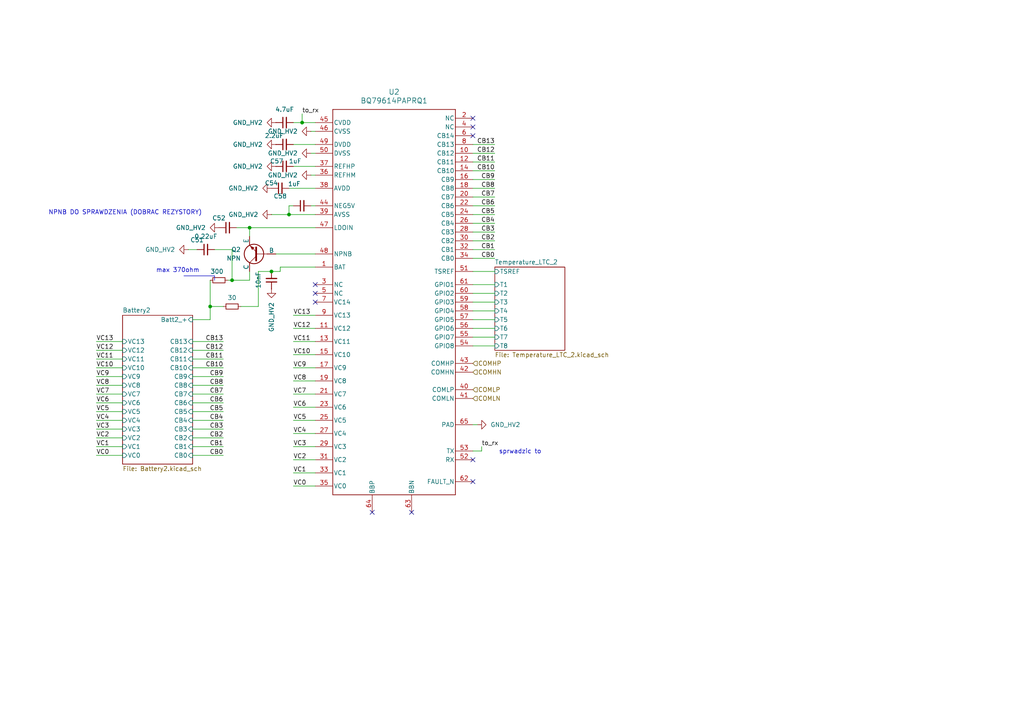
<source format=kicad_sch>
(kicad_sch (version 20231120) (generator "eeschema") (generator_version "8.0")
  (paper "A4")
  (lib_symbols
    (symbol "BQ79612PAPRQ1:BQ79616PAPRQ1" (pin_names (offset 0.254))
      (property "Reference" "U2" (at 0 60.96 0))
      (property "Value" "BQ79614PAPRQ1" (at 0 58.42 0))
      (symbol "BQ79616PAPRQ1_0_1"
        (polyline (pts (xy -17.78 -55.88) (xy 17.78 -55.88)) (stroke (width 0.2032)))
        (polyline (pts (xy -17.78 55.88) (xy -17.78 -55.88)) (stroke (width 0.2032)))
        (polyline (pts (xy 17.78 -55.88) (xy 17.78 55.88)) (stroke (width 0.2032)))
        (polyline (pts (xy 17.78 55.88) (xy -17.78 55.88)) (stroke (width 0.2032)))
        (pin bidirectional line (at 22.86 43.18 180) (length 5.08) (name "CB12") (number "10"))
        (pin input line (at -22.86 -7.62 0) (length 5.08) (name "VC12") (number "11"))
        (pin bidirectional line (at 22.86 40.64 180) (length 5.08) (name "CB11") (number "12"))
        (pin input line (at -22.86 -11.43 0) (length 5.08) (name "VC11") (number "13"))
        (pin bidirectional line (at 22.86 38.1 180) (length 5.08) (name "CB10") (number "14"))
        (pin input line (at -22.86 -15.24 0) (length 5.08) (name "VC10") (number "15"))
        (pin bidirectional line (at 22.86 35.56 180) (length 5.08) (name "CB9") (number "16"))
        (pin input line (at -22.86 -19.05 0) (length 5.08) (name "VC9") (number "17"))
        (pin bidirectional line (at 22.86 33.02 180) (length 5.08) (name "CB8") (number "18"))
        (pin input line (at -22.86 -22.86 0) (length 5.08) (name "VC8") (number "19"))
        (pin bidirectional line (at 22.86 30.48 180) (length 5.08) (name "CB7") (number "20"))
        (pin input line (at -22.86 -26.67 0) (length 5.08) (name "VC7") (number "21"))
        (pin bidirectional line (at 22.86 27.94 180) (length 5.08) (name "CB6") (number "22"))
        (pin input line (at -22.86 -30.48 0) (length 5.08) (name "VC6") (number "23"))
        (pin bidirectional line (at 22.86 25.4 180) (length 5.08) (name "CB5") (number "24"))
        (pin input line (at -22.86 -34.29 0) (length 5.08) (name "VC5") (number "25"))
        (pin bidirectional line (at 22.86 22.86 180) (length 5.08) (name "CB4") (number "26"))
        (pin input line (at -22.86 -38.1 0) (length 5.08) (name "VC4") (number "27"))
        (pin bidirectional line (at 22.86 20.32 180) (length 5.08) (name "CB3") (number "28"))
        (pin input line (at -22.86 -41.91 0) (length 5.08) (name "VC3") (number "29"))
        (pin bidirectional line (at 22.86 17.78 180) (length 5.08) (name "CB2") (number "30"))
        (pin input line (at -22.86 -45.72 0) (length 5.08) (name "VC2") (number "31"))
        (pin bidirectional line (at 22.86 15.24 180) (length 5.08) (name "CB1") (number "32"))
        (pin input line (at -22.86 -49.53 0) (length 5.08) (name "VC1") (number "33"))
        (pin bidirectional line (at 22.86 12.7 180) (length 5.08) (name "CB0") (number "34"))
        (pin input line (at -22.86 -53.34 0) (length 5.08) (name "VC0") (number "35"))
        (pin bidirectional line (at 22.86 -25.4 180) (length 5.08) (name "COMLP") (number "40"))
        (pin bidirectional line (at 22.86 -27.94 180) (length 5.08) (name "COMLN") (number "41"))
        (pin bidirectional line (at 22.86 -20.32 180) (length 5.08) (name "COMHN") (number "42"))
        (pin bidirectional line (at 22.86 -17.78 180) (length 5.08) (name "COMHP") (number "43"))
        (pin input line (at 22.86 -45.72 180) (length 5.08) (name "RX") (number "52"))
        (pin output line (at 22.86 -43.18 180) (length 5.08) (name "TX") (number "53"))
        (pin bidirectional line (at 22.86 -12.7 180) (length 5.08) (name "GPIO8") (number "54"))
        (pin bidirectional line (at 22.86 -10.16 180) (length 5.08) (name "GPIO7") (number "55"))
        (pin bidirectional line (at 22.86 -7.62 180) (length 5.08) (name "GPIO6") (number "56"))
        (pin bidirectional line (at 22.86 -5.08 180) (length 5.08) (name "GPIO5") (number "57"))
        (pin bidirectional line (at 22.86 -2.54 180) (length 5.08) (name "GPIO4") (number "58"))
        (pin bidirectional line (at 22.86 0 180) (length 5.08) (name "GPIO3") (number "59"))
        (pin bidirectional line (at 22.86 2.54 180) (length 5.08) (name "GPIO2") (number "60"))
        (pin bidirectional line (at 22.86 5.08 180) (length 5.08) (name "GPIO1") (number "61"))
        (pin output line (at 22.86 -52.07 180) (length 5.08) (name "FAULT_N") (number "62"))
        (pin input line (at 5.08 -60.96 90) (length 5.08) (name "BBN") (number "63"))
        (pin input line (at -6.35 -60.96 90) (length 5.08) (name "BBP") (number "64"))
        (pin unspecified line (at 22.86 -35.56 180) (length 5.08) (name "PAD") (number "65"))
      )
      (symbol "BQ79616PAPRQ1_1_1"
        (pin passive line (at -22.86 10.16 0) (length 5.08) (name "BAT") (number "1"))
        (pin bidirectional line (at 22.86 53.34 180) (length 5.08) (name "NC") (number "2"))
        (pin input line (at -22.86 5.08 0) (length 5.08) (name "NC") (number "3"))
        (pin passive line (at -22.86 36.83 0) (length 5.08) (name "REFHM") (number "36"))
        (pin passive line (at -22.86 39.37 0) (length 5.08) (name "REFHP") (number "37"))
        (pin passive line (at -22.86 33.02 0) (length 5.08) (name "AVDD") (number "38"))
        (pin passive line (at -22.86 25.4 0) (length 5.08) (name "AVSS") (number "39"))
        (pin bidirectional line (at 22.86 50.8 180) (length 5.08) (name "NC") (number "4"))
        (pin passive line (at -22.86 27.94 0) (length 5.08) (name "NEG5V") (number "44"))
        (pin passive line (at -22.86 52.07 0) (length 5.08) (name "CVDD") (number "45"))
        (pin passive line (at -22.86 49.53 0) (length 5.08) (name "CVSS") (number "46"))
        (pin passive line (at -22.86 21.59 0) (length 5.08) (name "LDOIN") (number "47"))
        (pin passive line (at -22.86 13.97 0) (length 5.08) (name "NPNB") (number "48"))
        (pin passive line (at -22.86 45.72 0) (length 5.08) (name "DVDD") (number "49"))
        (pin input line (at -22.86 2.54 0) (length 5.08) (name "NC") (number "5"))
        (pin passive line (at -22.86 43.18 0) (length 5.08) (name "DVSS") (number "50"))
        (pin passive line (at 22.86 8.89 180) (length 5.08) (name "TSREF") (number "51"))
        (pin bidirectional line (at 22.86 48.26 180) (length 5.08) (name "CB14") (number "6"))
        (pin input line (at -22.86 0 0) (length 5.08) (name "VC14") (number "7"))
        (pin bidirectional line (at 22.86 45.72 180) (length 5.08) (name "CB13") (number "8"))
        (pin input line (at -22.86 -3.81 0) (length 5.08) (name "VC13") (number "9"))
      )
    )
    (symbol "Device:C_Small" (pin_numbers hide) (pin_names (offset 0.254) hide)
      (property "Reference" "C" (at 0.254 1.778 0))
      (property "Value" "C_Small" (at 0.254 -2.032 0))
      (symbol "C_Small_0_1"
        (polyline (pts (xy -1.524 -0.508) (xy 1.524 -0.508)) (stroke (width 0.3302)))
        (polyline (pts (xy -1.524 0.508) (xy 1.524 0.508)) (stroke (width 0.3048)))
      )
      (symbol "C_Small_1_1"
        (pin passive line (at 0 2.54 270) (length 2.032) (name "~") (number "1"))
        (pin passive line (at 0 -2.54 90) (length 2.032) (name "~") (number "2"))
      )
    )
    (symbol "Device:R_Small" (pin_numbers hide) (pin_names (offset 0.254) hide)
      (property "Reference" "R" (at 0.762 0.508 0))
      (property "Value" "R_Small" (at 0.762 -1.016 0))
      (symbol "R_Small_0_1"
        (rectangle (start -0.762 1.778) (end 0.762 -1.778) (stroke (width 0.2032)))
      )
      (symbol "R_Small_1_1"
        (pin passive line (at 0 2.54 270) (length 0.762) (name "~") (number "1"))
        (pin passive line (at 0 -2.54 90) (length 0.762) (name "~") (number "2"))
      )
    )
    (symbol "Simulation_SPICE:NPN" (pin_numbers hide) (pin_names (offset 0))
      (property "Reference" "Q" (at -2.54 7.62 0))
      (property "Value" "NPN" (at -2.54 5.08 0))
      (symbol "NPN_0_1"
        (polyline (pts (xy -2.54 0) (xy 0.635 0)) (stroke (width 0.1524)))
        (polyline (pts (xy 0.635 0.635) (xy 2.54 2.54)))
        (polyline (pts (xy 2.794 -1.27) (xy 2.794 -1.27)) (stroke (width 0.1524)))
        (polyline (pts (xy 2.794 -1.27) (xy 2.794 -1.27)) (stroke (width 0.1524)))
        (polyline (pts (xy 0.635 -0.635) (xy 2.54 -2.54) (xy 2.54 -2.54)))
        (polyline (pts (xy 0.635 1.905) (xy 0.635 -1.905) (xy 0.635 -1.905)) (stroke (width 0.508)))
        (polyline (pts (xy 1.27 -1.778) (xy 1.778 -1.27) (xy 2.286 -2.286) (xy 1.27 -1.778) (xy 1.27 -1.778)) (fill (type outline)))
        (circle (center 1.27 0) (radius 2.8194) (stroke (width 0.254)))
      )
      (symbol "NPN_1_1"
        (pin open_collector line (at 2.54 5.08 270) (length 2.54) (name "C") (number "1"))
        (pin input line (at -5.08 0 0) (length 2.54) (name "B") (number "2"))
        (pin open_emitter line (at 2.54 -5.08 90) (length 2.54) (name "E") (number "3"))
      )
    )
    (symbol "power:GND" (power) (pin_numbers hide) (pin_names (offset 0) hide)
      (property "Value" "GND" (at 0 -3.81 0))
      (symbol "GND_0_1"
        (polyline (pts (xy 0 0) (xy 0 -1.27) (xy 1.27 -1.27) (xy 0 -2.54) (xy -1.27 -1.27) (xy 0 -1.27)))
      )
      (symbol "GND_1_1"
        (pin power_in line (at 0 0 270) (length 0) (name "~") (number "1"))
      )
    )
  )
  (junction (at 78.74 78.74))
  (junction (at 60.96 88.9))
  (junction (at 87.63 35.56))
  (junction (at 67.31 81.28))
  (junction (at 83.82 62.23))
  (junction (at 72.39 66.04))
  (no_connect (at 91.44 85.09))
  (no_connect (at 119.38 148.59))
  (no_connect (at 137.16 39.37))
  (no_connect (at 137.16 34.29))
  (no_connect (at 107.95 148.59))
  (no_connect (at 137.16 36.83))
  (no_connect (at 137.16 133.35))
  (no_connect (at 91.44 82.55))
  (no_connect (at 137.16 139.7))
  (no_connect (at 91.44 87.63))
  (wire (pts (xy 55.88 111.76) (xy 64.77 111.76)))
  (wire (pts (xy 55.88 129.54) (xy 64.77 129.54)))
  (wire (pts (xy 27.94 121.92) (xy 35.56 121.92)))
  (wire (pts (xy 85.09 129.54) (xy 91.44 129.54)))
  (wire (pts (xy 27.94 109.22) (xy 35.56 109.22)))
  (wire (pts (xy 90.17 44.45) (xy 91.44 44.45)))
  (wire (pts (xy 137.16 52.07) (xy 143.51 52.07)))
  (wire (pts (xy 83.82 62.23) (xy 91.44 62.23)))
  (wire (pts (xy 27.94 129.54) (xy 35.56 129.54)))
  (wire (pts (xy 137.16 59.69) (xy 143.51 59.69)))
  (wire (pts (xy 85.09 121.92) (xy 91.44 121.92)))
  (wire (pts (xy 137.16 95.25) (xy 143.51 95.25)))
  (wire (pts (xy 137.16 49.53) (xy 143.51 49.53)))
  (wire (pts (xy 27.94 99.06) (xy 35.56 99.06)))
  (wire (pts (xy 139.7 130.81) (xy 137.16 130.81)))
  (wire (pts (xy 137.16 41.91) (xy 143.51 41.91)))
  (wire (pts (xy 81.28 77.47) (xy 91.44 77.47)))
  (wire (pts (xy 27.94 127) (xy 35.56 127)))
  (wire (pts (xy 27.94 132.08) (xy 35.56 132.08)))
  (wire (pts (xy 27.94 106.68) (xy 35.56 106.68)))
  (wire (pts (xy 85.09 133.35) (xy 91.44 133.35)))
  (wire (pts (xy 54.61 72.39) (xy 57.15 72.39)))
  (wire (pts (xy 85.09 95.25) (xy 91.44 95.25)))
  (wire (pts (xy 72.39 66.04) (xy 91.44 66.04)))
  (wire (pts (xy 27.94 119.38) (xy 35.56 119.38)))
  (wire (pts (xy 85.09 99.06) (xy 91.44 99.06)))
  (wire (pts (xy 139.7 129.54) (xy 139.7 130.81)))
  (wire (pts (xy 55.88 121.92) (xy 64.77 121.92)))
  (wire (pts (xy 72.39 81.28) (xy 67.31 81.28)))
  (wire (pts (xy 83.82 54.61) (xy 91.44 54.61)))
  (wire (pts (xy 137.16 44.45) (xy 143.51 44.45)))
  (wire (pts (xy 81.28 78.74) (xy 81.28 77.47)))
  (wire (pts (xy 67.31 72.39) (xy 62.23 72.39)))
  (wire (pts (xy 74.93 78.74) (xy 78.74 78.74)))
  (wire (pts (xy 85.09 140.97) (xy 91.44 140.97)))
  (wire (pts (xy 55.88 127) (xy 64.77 127)))
  (wire (pts (xy 27.94 116.84) (xy 35.56 116.84)))
  (wire (pts (xy 137.16 64.77) (xy 143.51 64.77)))
  (wire (pts (xy 27.94 104.14) (xy 35.56 104.14)))
  (polyline (pts (xy 53.34 80.01) (xy 62.23 80.01)))
  (wire (pts (xy 55.88 119.38) (xy 64.77 119.38)))
  (wire (pts (xy 67.31 72.39) (xy 67.31 81.28)))
  (wire (pts (xy 60.96 81.28) (xy 60.96 88.9)))
  (wire (pts (xy 137.16 92.71) (xy 143.51 92.71)))
  (wire (pts (xy 27.94 101.6) (xy 35.56 101.6)))
  (wire (pts (xy 85.09 110.49) (xy 91.44 110.49)))
  (wire (pts (xy 137.16 72.39) (xy 143.51 72.39)))
  (wire (pts (xy 85.09 125.73) (xy 91.44 125.73)))
  (wire (pts (xy 137.16 78.74) (xy 143.51 78.74)))
  (wire (pts (xy 64.77 88.9) (xy 60.96 88.9)))
  (wire (pts (xy 85.09 137.16) (xy 91.44 137.16)))
  (wire (pts (xy 85.09 48.26) (xy 91.44 48.26)))
  (polyline (pts (xy 62.23 80.01) (xy 62.23 81.28)))
  (wire (pts (xy 83.82 59.69) (xy 85.09 59.69)))
  (wire (pts (xy 137.16 123.19) (xy 138.43 123.19)))
  (wire (pts (xy 55.88 99.06) (xy 64.77 99.06)))
  (wire (pts (xy 90.17 59.69) (xy 91.44 59.69)))
  (wire (pts (xy 90.17 38.1) (xy 91.44 38.1)))
  (wire (pts (xy 55.88 109.22) (xy 64.77 109.22)))
  (wire (pts (xy 137.16 100.33) (xy 143.51 100.33)))
  (wire (pts (xy 55.88 104.14) (xy 64.77 104.14)))
  (wire (pts (xy 55.88 132.08) (xy 64.77 132.08)))
  (wire (pts (xy 78.74 62.23) (xy 83.82 62.23)))
  (wire (pts (xy 137.16 85.09) (xy 143.51 85.09)))
  (wire (pts (xy 137.16 69.85) (xy 143.51 69.85)))
  (wire (pts (xy 69.85 88.9) (xy 74.93 88.9)))
  (wire (pts (xy 85.09 35.56) (xy 87.63 35.56)))
  (wire (pts (xy 66.04 81.28) (xy 67.31 81.28)))
  (wire (pts (xy 85.09 102.87) (xy 91.44 102.87)))
  (wire (pts (xy 72.39 78.74) (xy 72.39 81.28)))
  (wire (pts (xy 78.74 78.74) (xy 81.28 78.74)))
  (wire (pts (xy 27.94 114.3) (xy 35.56 114.3)))
  (wire (pts (xy 137.16 97.79) (xy 143.51 97.79)))
  (wire (pts (xy 137.16 74.93) (xy 143.51 74.93)))
  (wire (pts (xy 55.88 124.46) (xy 64.77 124.46)))
  (wire (pts (xy 85.09 118.11) (xy 91.44 118.11)))
  (wire (pts (xy 60.96 88.9) (xy 60.96 92.71)))
  (wire (pts (xy 55.88 101.6) (xy 64.77 101.6)))
  (wire (pts (xy 87.63 33.02) (xy 87.63 35.56)))
  (wire (pts (xy 137.16 54.61) (xy 143.51 54.61)))
  (wire (pts (xy 85.09 91.44) (xy 91.44 91.44)))
  (wire (pts (xy 55.88 92.71) (xy 60.96 92.71)))
  (wire (pts (xy 72.39 66.04) (xy 72.39 68.58)))
  (wire (pts (xy 27.94 111.76) (xy 35.56 111.76)))
  (wire (pts (xy 27.94 124.46) (xy 35.56 124.46)))
  (wire (pts (xy 85.09 114.3) (xy 91.44 114.3)))
  (wire (pts (xy 80.01 73.66) (xy 91.44 73.66)))
  (wire (pts (xy 74.93 88.9) (xy 74.93 78.74)))
  (wire (pts (xy 137.16 90.17) (xy 143.51 90.17)))
  (wire (pts (xy 83.82 59.69) (xy 83.82 62.23)))
  (wire (pts (xy 87.63 35.56) (xy 91.44 35.56)))
  (wire (pts (xy 68.58 66.04) (xy 72.39 66.04)))
  (wire (pts (xy 85.09 106.68) (xy 91.44 106.68)))
  (wire (pts (xy 137.16 57.15) (xy 143.51 57.15)))
  (wire (pts (xy 55.88 116.84) (xy 64.77 116.84)))
  (wire (pts (xy 137.16 67.31) (xy 143.51 67.31)))
  (wire (pts (xy 137.16 46.99) (xy 143.51 46.99)))
  (wire (pts (xy 137.16 82.55) (xy 143.51 82.55)))
  (wire (pts (xy 55.88 106.68) (xy 64.77 106.68)))
  (wire (pts (xy 55.88 114.3) (xy 64.77 114.3)))
  (wire (pts (xy 90.17 50.8) (xy 91.44 50.8)))
  (wire (pts (xy 85.09 41.91) (xy 91.44 41.91)))
  (wire (pts (xy 137.16 62.23) (xy 143.51 62.23)))
  (wire (pts (xy 137.16 87.63) (xy 143.51 87.63)))
  (text "sprwadzic to\n" (at 150.876 131.064 0) (effects (font (size 1.27 1.27))))
  (text "max 370ohm\n" (at 51.562 78.486 0) (effects (font (size 1.27 1.27))))
  (text "NPNB DO SPRAWDZENIA (DOBRAC REZYSTORY)\n" (at 36.322 61.722 0) (effects (font (size 1.27 1.27))))
  (label "VC0" (at 27.94 132.08 0))
  (label "CB11" (at 64.77 104.14 180))
  (label "CB11" (at 143.51 46.99 180))
  (label "VC10" (at 85.09 102.87 0))
  (label "CB1" (at 143.51 72.39 180))
  (label "CB6" (at 64.77 116.84 180))
  (label "VC2" (at 27.94 127 0))
  (label "to_rx" (at 139.7 129.54 0))
  (label "VC11" (at 27.94 104.14 0))
  (label "VC13" (at 85.09 91.44 0))
  (label "VC4" (at 85.09 125.73 0))
  (label "CB4" (at 143.51 64.77 180))
  (label "CB0" (at 64.77 132.08 180))
  (label "CB9" (at 143.51 52.07 180))
  (label "VC10" (at 27.94 106.68 0))
  (label "VC7" (at 85.09 114.3 0))
  (label "VC8" (at 27.94 111.76 0))
  (label "VC1" (at 27.94 129.54 0))
  (label "VC8" (at 85.09 110.49 0))
  (label "CB5" (at 143.51 62.23 180))
  (label "VC11" (at 85.09 99.06 0))
  (label "VC1" (at 85.09 137.16 0))
  (label "CB0" (at 143.51 74.93 180))
  (label "CB12" (at 143.51 44.45 180))
  (label "VC6" (at 27.94 116.84 0))
  (label "CB10" (at 143.51 49.53 180))
  (label "VC0" (at 85.09 140.97 0))
  (label "VC12" (at 85.09 95.25 0))
  (label "VC5" (at 85.09 121.92 0))
  (label "CB12" (at 64.77 101.6 180))
  (label "CB5" (at 64.77 119.38 180))
  (label "CB10" (at 64.77 106.68 180))
  (label "to_rx" (at 87.63 33.02 0))
  (label "VC3" (at 27.94 124.46 0))
  (label "CB13" (at 64.77 99.06 180))
  (label "VC7" (at 27.94 114.3 0))
  (label "CB9" (at 64.77 109.22 180))
  (label "VC6" (at 85.09 118.11 0))
  (label "VC13" (at 27.94 99.06 0))
  (label "VC4" (at 27.94 121.92 0))
  (label "CB3" (at 64.77 124.46 180))
  (label "CB4" (at 64.77 121.92 180))
  (label "CB7" (at 64.77 114.3 180))
  (label "CB1" (at 64.77 129.54 180))
  (label "VC5" (at 27.94 119.38 0))
  (label "VC3" (at 85.09 129.54 0))
  (label "CB2" (at 64.77 127 180))
  (label "CB8" (at 143.51 54.61 180))
  (label "CB3" (at 143.51 67.31 180))
  (label "CB8" (at 64.77 111.76 180))
  (label "CB7" (at 143.51 57.15 180))
  (label "VC9" (at 27.94 109.22 0))
  (label "VC9" (at 85.09 106.68 0))
  (label "VC12" (at 27.94 101.6 0))
  (label "CB2" (at 143.51 69.85 180))
  (label "CB6" (at 143.51 59.69 180))
  (label "VC2" (at 85.09 133.35 0))
  (label "CB13" (at 143.51 41.91 180))
  (hierarchical_label "COMLP" (shape input) (at 137.16 113.03 0))
  (hierarchical_label "COMHP" (shape input) (at 137.16 105.41 0))
  (hierarchical_label "COMHN" (shape input) (at 137.16 107.95 0))
  (hierarchical_label "COMLN" (shape input) (at 137.16 115.57 0))
  (symbol (lib_id "power:GND") (at 80.01 41.91 270) (unit 1)
    (property "Reference" "#PWR052" (effects (hide yes)))
    (property "Value" "GND_HV2" (at 76.2 41.91 90) (effects (justify right)))
    (property "Description" "Power symbol creates a global label with name \"GND\" , ground" (effects (hide yes)))
  )
  (symbol (lib_id "power:GND") (at 90.17 44.45 270) (unit 1)
    (property "Reference" "#PWR055" (effects (hide yes)))
    (property "Value" "GND_HV2" (at 86.36 44.45 90) (effects (justify right)))
    (property "Description" "Power symbol creates a global label with name \"GND\" , ground" (effects (hide yes)))
  )
  (symbol (lib_id "power:GND") (at 138.43 123.19 90) (unit 1)
    (property "Reference" "#PWR057" (effects (hide yes)))
    (property "Value" "GND_HV2" (at 142.24 123.19 90) (effects (justify right)))
    (property "Description" "Power symbol creates a global label with name \"GND\" , ground" (effects (hide yes)))
  )
  (symbol (lib_id "power:GND") (at 78.74 62.23 270) (unit 1)
    (property "Reference" "#PWR049" (effects (hide yes)))
    (property "Value" "GND_HV2" (at 74.93 62.23 90) (effects (justify right)))
    (property "Description" "Power symbol creates a global label with name \"GND\" , ground" (effects (hide yes)))
  )
  (symbol (lib_id "Device:C_Small") (at 78.74 81.28 180) (unit 1)
    (property "Reference" "C53" (effects (hide yes)))
    (property "Value" "10nF" (at 74.93 81.2737 90))
    (property "Footprint" "Capacitor_SMD:C_0603_1608Metric_Pad1.08x0.95mm_HandSolder" (effects (hide yes)))
    (property "Datasheet" "https://www.mouser.pl/ProductDetail/TDK/CGA3E2X7R2A103K080AE?qs=nQSIdc08i%252BdU4%252BM6g9lEFQ%3D%3D" (effects (hide yes)))
    (property "Description" "Unpolarized capacitor, small symbol" (effects (hide yes)))
  )
  (symbol (lib_id "Device:C_Small") (at 82.55 41.91 90) (unit 1)
    (property "Reference" "C56" (effects (hide yes)))
    (property "Value" "2.2uF" (at 79.502 39.37 90))
    (property "Footprint" "Capacitor_SMD:C_0603_1608Metric_Pad1.08x0.95mm_HandSolder" (effects (hide yes)))
    (property "Datasheet" "https://www.mouser.pl/ProductDetail/TAIYO-YUDEN/MLAST168AB5225MTNA01?qs=sGAEpiMZZMsh%252B1woXyUXj3XUfju0vRpj0D%252B%252Bxvl%252BBl4%3D" (effects (hide yes)))
    (property "Description" "Unpolarized capacitor, small symbol" (effects (hide yes)))
  )
  (symbol (lib_id "BQ79612PAPRQ1:BQ79616PAPRQ1") (at 114.3 87.63 0) (unit 1)
    (property "Reference" "U2" (at 114.3 26.67 0) (effects (font (size 1.524 1.524))))
    (property "Value" "BQ79614PAPRQ1" (at 114.3 29.21 0) (effects (font (size 1.524 1.524))))
    (property "Footprint" "footrpint:BQ79614PAPRQ1" (effects (hide yes)))
    (property "Datasheet" "https://www.ti.com/product/BQ79614-Q1/part-details/BQ79614PAPRQ1" (effects (hide yes)))
  )
  (symbol (lib_id "power:GND") (at 78.74 54.61 270) (unit 1)
    (property "Reference" "#PWR048" (effects (hide yes)))
    (property "Value" "GND_HV2" (at 74.93 54.61 90) (effects (justify right)))
    (property "Description" "Power symbol creates a global label with name \"GND\" , ground" (effects (hide yes)))
  )
  (symbol (lib_id "Device:C_Small") (at 81.28 54.61 90) (unit 1)
    (property "Reference" "C54" (at 78.74 53.086 90))
    (property "Value" "1uF" (at 85.344 53.34 90))
    (property "Footprint" "Capacitor_SMD:C_0603_1608Metric_Pad1.08x0.95mm_HandSolder" (effects (hide yes)))
    (property "Datasheet" "https://www.mouser.pl/ProductDetail/TAIYO-YUDEN/EMK107B7105MA8T?qs=sGAEpiMZZMsh%252B1woXyUXj30ZYomYlxpXD%252BuSrqeE39U%3D" (effects (hide yes)))
    (property "Description" "Unpolarized capacitor, small symbol" (effects (hide yes)))
  )
  (symbol (lib_id "power:GND") (at 78.74 83.82 0) (unit 1)
    (property "Reference" "#PWR050" (effects (hide yes)))
    (property "Value" "GND_HV2" (at 78.74 87.63 90) (effects (justify right)))
    (property "Description" "Power symbol creates a global label with name \"GND\" , ground" (effects (hide yes)))
  )
  (symbol (lib_id "Device:C_Small") (at 87.63 59.69 90) (unit 1)
    (property "Reference" "C58" (at 81.28 56.896 90))
    (property "Value" "0.1uF" (effects (hide yes)))
    (property "Footprint" "Capacitor_SMD:C_0603_1608Metric_Pad1.08x0.95mm_HandSolder" (effects (hide yes)))
    (property "Datasheet" "https://www.mouser.pl/ProductDetail/TAIYO-YUDEN/MAJCU168BB7104KTEA01?qs=ZcfC38r4PovJ4zMRJqa98Q%3D%3D" (effects (hide yes)))
    (property "Description" "Unpolarized capacitor, small symbol" (effects (hide yes)))
  )
  (symbol (lib_id "Device:R_Small") (at 67.31 88.9 90) (unit 1)
    (property "Reference" "R66" (effects (hide yes)))
    (property "Value" "30" (at 67.31 86.36 90))
    (property "Footprint" "Resistor_SMD:R_0603_1608Metric_Pad0.98x0.95mm_HandSolder" (effects (hide yes)))
    (property "Datasheet" "https://eu.mouser.com/ProductDetail/Vishay-Draloric/RCA060330R0JNEC?qs=sGAEpiMZZMvdGkrng054twq3eZrCFN89umdZ4CIYOns%3D" (effects (hide yes)))
    (property "Description" "Resistor, small symbol" (effects (hide yes)))
  )
  (symbol (lib_id "Device:C_Small") (at 82.55 35.56 90) (unit 1)
    (property "Reference" "C55" (effects (hide yes)))
    (property "Value" "4.7uF" (at 82.5563 31.75 90))
    (property "Footprint" "Capacitor_SMD:C_0603_1608Metric_Pad1.08x0.95mm_HandSolder" (effects (hide yes)))
    (property "Datasheet" "https://www.mouser.pl/ProductDetail/TAIYO-YUDEN/LMK107BJ475KA-T?qs=sGAEpiMZZMsh%252B1woXyUXj7c1PCWacDCMSnOdsacb7as%3D" (effects (hide yes)))
    (property "Description" "Unpolarized capacitor, small symbol" (effects (hide yes)))
  )
  (symbol (lib_id "power:GND") (at 80.01 48.26 270) (unit 1)
    (property "Reference" "#PWR053" (effects (hide yes)))
    (property "Value" "GND_HV2" (at 76.2 48.26 90) (effects (justify right)))
    (property "Description" "Power symbol creates a global label with name \"GND\" , ground" (effects (hide yes)))
  )
  (symbol (lib_id "power:GND") (at 90.17 50.8 270) (unit 1)
    (property "Reference" "#PWR056" (effects (hide yes)))
    (property "Value" "GND_HV2" (at 86.36 50.8 90) (effects (justify right)))
    (property "Description" "Power symbol creates a global label with name \"GND\" , ground" (effects (hide yes)))
  )
  (symbol (lib_id "Device:C_Small") (at 59.69 72.39 90) (unit 1)
    (property "Reference" "C51" (at 57.15 69.596 90))
    (property "Value" "0.22uF" (at 59.6963 68.58 90))
    (property "Footprint" "Capacitor_SMD:C_0603_1608Metric_Pad1.08x0.95mm_HandSolder" (effects (hide yes)))
    (property "Datasheet" "https://www.mouser.pl/ProductDetail/TAIYO-YUDEN/MBASH168SC7224KTCA01?qs=sGAEpiMZZMsh%252B1woXyUXj3XUfju0vRpj9f9rQngL7R4%3D" (effects (hide yes)))
    (property "Description" "Unpolarized capacitor, small symbol" (effects (hide yes)))
  )
  (symbol (lib_id "power:GND") (at 80.01 35.56 270) (unit 1)
    (property "Reference" "#PWR051" (effects (hide yes)))
    (property "Value" "GND_HV2" (at 76.2 35.56 90) (effects (justify right)))
    (property "Description" "Power symbol creates a global label with name \"GND\" , ground" (effects (hide yes)))
  )
  (symbol (lib_id "Device:R_Small") (at 63.5 81.28 90) (unit 1)
    (property "Reference" "R64" (effects (hide yes)))
    (property "Value" "300	" (at 63.5 78.74 90))
    (property "Footprint" "Resistor_SMD:R_0603_1608Metric_Pad0.98x0.95mm_HandSolder" (effects (hide yes)))
    (property "Datasheet" "https://www.mouser.pl/ProductDetail/KOA-Speer/SG73P1JTTD3300F?qs=mxuPqPjQq7FehFO0eTUu%252BA%3D%3D" (effects (hide yes)))
    (property "Description" "Resistor, small symbol" (effects (hide yes)))
  )
  (symbol (lib_id "power:GND") (at 90.17 38.1 270) (unit 1)
    (property "Reference" "#PWR054" (effects (hide yes)))
    (property "Value" "GND_HV2" (at 86.36 38.1 90) (effects (justify right)))
    (property "Description" "Power symbol creates a global label with name \"GND\" , ground" (effects (hide yes)))
  )
  (symbol (lib_id "power:GND") (at 63.5 66.04 270) (unit 1)
    (property "Reference" "#PWR047" (effects (hide yes)))
    (property "Value" "GND_HV2" (at 59.69 66.04 90) (effects (justify right)))
    (property "Description" "Power symbol creates a global label with name \"GND\" , ground" (effects (hide yes)))
  )
  (symbol (lib_id "power:GND") (at 54.61 72.39 270) (unit 1)
    (property "Reference" "#PWR046" (effects (hide yes)))
    (property "Value" "GND_HV2" (at 50.8 72.39 90) (effects (justify right)))
    (property "Description" "Power symbol creates a global label with name \"GND\" , ground" (effects (hide yes)))
  )
  (symbol (lib_id "Device:C_Small") (at 82.55 48.26 90) (unit 1)
    (property "Reference" "C57" (at 80.264 46.736 90))
    (property "Value" "1uF" (at 85.598 46.736 90))
    (property "Footprint" "Capacitor_SMD:C_0603_1608Metric_Pad1.08x0.95mm_HandSolder" (effects (hide yes)))
    (property "Datasheet" "https://www.mouser.pl/ProductDetail/TAIYO-YUDEN/EMK107B7105MA8T?qs=sGAEpiMZZMsh%252B1woXyUXj30ZYomYlxpXD%252BuSrqeE39U%3D" (effects (hide yes)))
    (property "Description" "Unpolarized capacitor, small symbol" (effects (hide yes)))
  )
  (symbol (lib_id "Device:C_Small") (at 66.04 66.04 90) (unit 1)
    (property "Reference" "C52" (at 63.5 63.246 90))
    (property "Value" "0.1uF" (effects (hide yes)))
    (property "Footprint" "Capacitor_SMD:C_0603_1608Metric_Pad1.08x0.95mm_HandSolder" (effects (hide yes)))
    (property "Datasheet" "https://www.mouser.pl/ProductDetail/TAIYO-YUDEN/MAJCU168BB7104KTEA01?qs=ZcfC38r4PovJ4zMRJqa98Q%3D%3D" (effects (hide yes)))
    (property "Description" "Unpolarized capacitor, small symbol" (effects (hide yes)))
  )
  (symbol (lib_id "Simulation_SPICE:NPN") (at 74.93 73.66 180) (unit 1)
    (property "Reference" "Q2" (at 69.85 72.3899 0) (effects (justify left)))
    (property "Value" "NPN" (at 69.85 74.9299 0) (effects (justify left)))
    (property "Footprint" "Package_TO_SOT_SMD:SOT-223-3_TabPin2" (effects (hide yes)))
    (property "Datasheet" "https://eu.mouser.com/c/semiconductors/discrete-semiconductors/transistors/?collector-%20base%20voltage%20vcbo=100%20V&collector-%20emitter%20voltage%20vceo%20max=80%20V&mounting%20style=SMD%2FSMT&transistor%20polarity=NPN" (effects (hide yes)))
    (property "Description" "NPN" (effects (hide yes)))
    (property "opis" "NPN" (effects (hide yes)))
    (property "Sim.Type" "GUMMELPOON" (effects (hide yes)))
    (property "Sim.Pins" "1=C 2=B 3=E" (effects (hide yes)))
  )
  (sheet (at 35.56 91.44) (size 20.32 43.18) (stroke (width 0.1524))
    (property "Sheetname" "Battery2" (at 35.56 90.7284 0) (effects (justify left bottom)))
    (property "Sheetfile" "Battery2.kicad_sch" (at 35.56 135.2046 0) (effects (justify left top)))
    (pin "VC4" input (at 35.56 121.92 180))
    (pin "VC5" input (at 35.56 119.38 180))
    (pin "CB3" input (at 55.88 124.46 0))
    (pin "CB0" input (at 55.88 132.08 0))
    (pin "CB1" input (at 55.88 129.54 0))
    (pin "CB2" input (at 55.88 127 0))
    (pin "CB8" input (at 55.88 111.76 0))
    (pin "CB6" input (at 55.88 116.84 0))
    (pin "CB7" input (at 55.88 114.3 0))
    (pin "CB5" input (at 55.88 119.38 0))
    (pin "CB4" input (at 55.88 121.92 0))
    (pin "VC3" input (at 35.56 124.46 180))
    (pin "VC2" input (at 35.56 127 180))
    (pin "VC1" input (at 35.56 129.54 180))
    (pin "VC7" input (at 35.56 114.3 180))
    (pin "VC6" input (at 35.56 116.84 180))
    (pin "VC8" input (at 35.56 111.76 180))
    (pin "VC0" input (at 35.56 132.08 180))
    (pin "Batt2_+" input (at 55.88 92.71 0))
    (pin "CB10" input (at 55.88 106.68 0))
    (pin "CB9" input (at 55.88 109.22 0))
    (pin "VC9" input (at 35.56 109.22 180))
    (pin "VC10" input (at 35.56 106.68 180))
    (pin "CB11" input (at 55.88 104.14 0))
    (pin "CB13" input (at 55.88 99.06 0))
    (pin "CB12" input (at 55.88 101.6 0))
    (pin "VC11" input (at 35.56 104.14 180))
    (pin "VC12" input (at 35.56 101.6 180))
    (pin "VC13" input (at 35.56 99.06 180))
  )
  (sheet (at 143.51 77.47) (size 20.32 24.13) (stroke (width 0.1524))
    (property "Sheetname" "Temperature_LTC_2" (at 143.51 76.7584 0) (effects (justify left bottom)))
    (property "Sheetfile" "Temperature_LTC_2.kicad_sch" (at 143.51 102.1846 0) (effects (justify left top)))
    (pin "T1" input (at 143.51 82.55 180))
    (pin "TSREF" input (at 143.51 78.74 180))
    (pin "T2" input (at 143.51 85.09 180))
    (pin "T3" input (at 143.51 87.63 180))
    (pin "T4" input (at 143.51 90.17 180))
    (pin "T5" input (at 143.51 92.71 180))
    (pin "T8" input (at 143.51 100.33 180))
    (pin "T6" input (at 143.51 95.25 180))
    (pin "T7" input (at 143.51 97.79 180))
  )
)
</source>
